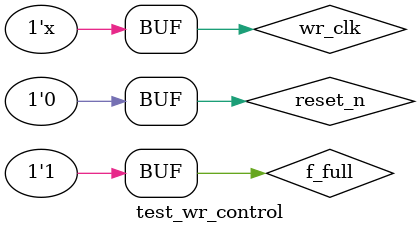
<source format=v>
`timescale 1ns / 1ps


module test_wr_control;

	// Inputs
	reg wr_clk;
	reg f_full;
	reg reset_n;

	// Outputs
	wire MSB_wr_ptr;
	wire [3:0] wr_ptr;
	wire [2:0] b_wr_ptr;

	// Instantiate the Unit Under Test (UUT)
	write_control_top uut (
		.wr_clk(wr_clk), 
		.f_full(f_full), 
		.reset_n(reset_n), 
		.MSB_wr_ptr(MSB_wr_ptr), 
		.wr_ptr(wr_ptr), 
		.b_wr_ptr(b_wr_ptr)
	);

always
	# 10 wr_clk = ~ wr_clk;
	
	initial begin
		// Initialize Inputs
		wr_clk = 0;
		f_full = 0;
		reset_n = 0;
		#100;
		
		f_full = 0;
		reset_n = 1;
		#500;

		f_full = 1;
		reset_n = 1;
		#100;
		
		f_full = 1;
		reset_n = 0;
		#100;


	end
      
endmodule


</source>
